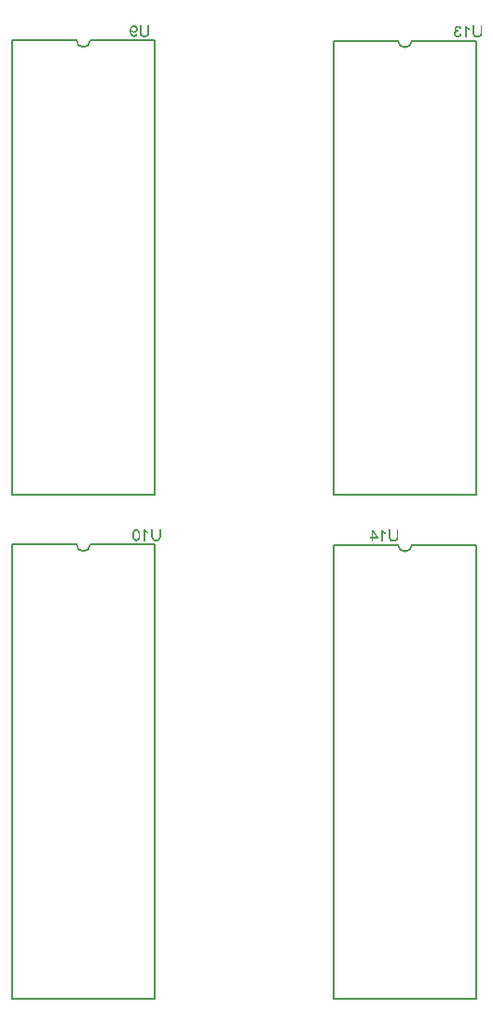
<source format=gbr>
G04 DipTrace 2.4.0.2*
%INBottomSilk.gbr*%
%MOIN*%
%ADD10C,0.005*%
%ADD12C,0.003*%
%FSLAX44Y44*%
G04*
G70*
G90*
G75*
G01*
%LNBotSilk*%
%LPD*%
X26687Y39063D2*
D10*
G02X26187Y39063I-250J7D01*
G01*
X28974D2*
X26687D1*
X26187D2*
X23900D1*
X28974Y22843D2*
X23900D1*
X28974Y39063D2*
Y22843D1*
X23900Y39063D2*
Y22843D1*
X26687Y21063D2*
G02X26187Y21063I-250J7D01*
G01*
X28974D2*
X26687D1*
X26187D2*
X23900D1*
X28974Y4843D2*
X23900D1*
X28974Y21063D2*
Y4843D1*
X23900Y21063D2*
Y4843D1*
X38187Y39047D2*
G02X37686Y39047I-250J7D01*
G01*
X40474D2*
X38187D1*
X37686D2*
X35399D1*
X40474Y22827D2*
X35399D1*
X40474Y39047D2*
Y22827D1*
X35399Y39047D2*
Y22827D1*
X38187Y21047D2*
G02X37686Y21047I-250J7D01*
G01*
X40474D2*
X38187D1*
X37686D2*
X35399D1*
X40474Y4827D2*
X35399D1*
X40474Y21047D2*
Y4827D1*
X35399Y21047D2*
Y4827D1*
X28447Y39603D2*
D12*
X28477D1*
X28727D2*
X28757D1*
X28207Y39593D2*
X28257D1*
X28447D2*
X28477D1*
X28727D2*
X28757D1*
X28186Y39583D2*
X28275D1*
X28447D2*
X28477D1*
X28727D2*
X28757D1*
X28168Y39573D2*
X28291D1*
X28447D2*
X28477D1*
X28727D2*
X28757D1*
X28153Y39563D2*
X28179D1*
X28265D2*
X28304D1*
X28447D2*
X28477D1*
X28727D2*
X28757D1*
X28141Y39553D2*
X28164D1*
X28281D2*
X28315D1*
X28447D2*
X28477D1*
X28727D2*
X28757D1*
X28132Y39543D2*
X28152D1*
X28294D2*
X28325D1*
X28447D2*
X28477D1*
X28727D2*
X28757D1*
X28126Y39533D2*
X28144D1*
X28304D2*
X28331D1*
X28447D2*
X28477D1*
X28727D2*
X28757D1*
X28120Y39523D2*
X28139D1*
X28312D2*
X28336D1*
X28447D2*
X28477D1*
X28727D2*
X28757D1*
X28115Y39513D2*
X28134D1*
X28318D2*
X28340D1*
X28447D2*
X28477D1*
X28727D2*
X28757D1*
X28111Y39503D2*
X28131D1*
X28322D2*
X28343D1*
X28447D2*
X28477D1*
X28727D2*
X28757D1*
X28109Y39493D2*
X28129D1*
X28325D2*
X28345D1*
X28447D2*
X28477D1*
X28727D2*
X28757D1*
X28107Y39483D2*
X28128D1*
X28326D2*
X28346D1*
X28447D2*
X28477D1*
X28727D2*
X28757D1*
X28106Y39473D2*
X28127D1*
X28327D2*
X28347D1*
X28447D2*
X28477D1*
X28727D2*
X28757D1*
X28103Y39463D2*
X28127D1*
X28326D2*
X28347D1*
X28447D2*
X28477D1*
X28727D2*
X28757D1*
X28100Y39453D2*
X28127D1*
X28325D2*
X28347D1*
X28447D2*
X28477D1*
X28727D2*
X28757D1*
X28099Y39443D2*
X28129D1*
X28323D2*
X28345D1*
X28447D2*
X28477D1*
X28727D2*
X28757D1*
X28098Y39433D2*
X28131D1*
X28319D2*
X28343D1*
X28447D2*
X28477D1*
X28727D2*
X28757D1*
X28097Y39423D2*
X28136D1*
X28314D2*
X28338D1*
X28447D2*
X28477D1*
X28727D2*
X28757D1*
X28097Y39413D2*
X28141D1*
X28307D2*
X28332D1*
X28447D2*
X28477D1*
X28727D2*
X28757D1*
X28097Y39403D2*
X28147D1*
X28297D2*
X28325D1*
X28447D2*
X28477D1*
X28727D2*
X28757D1*
X28097Y39393D2*
X28132D1*
X28157D2*
D3*
X28283D2*
X28316D1*
X28447D2*
X28477D1*
X28727D2*
X28757D1*
X28097Y39383D2*
X28124D1*
X28169D2*
X28177D1*
X28267D2*
X28306D1*
X28447D2*
X28477D1*
X28727D2*
X28757D1*
X28099Y39373D2*
X28124D1*
X28183D2*
X28293D1*
X28447D2*
X28477D1*
X28727D2*
X28757D1*
X28101Y39363D2*
X28125D1*
X28200D2*
X28276D1*
X28449D2*
X28477D1*
X28727D2*
X28757D1*
X28104Y39353D2*
X28126D1*
X28217D2*
X28257D1*
X28451D2*
X28477D1*
X28727D2*
X28757D1*
X28106Y39343D2*
X28126D1*
X28454D2*
X28477D1*
X28727D2*
X28757D1*
X28108Y39333D2*
X28127D1*
X28455D2*
X28479D1*
X28727D2*
X28755D1*
X28111Y39323D2*
X28129D1*
X28456D2*
X28481D1*
X28727D2*
X28753D1*
X28114Y39313D2*
X28131D1*
X28457D2*
X28484D1*
X28725D2*
X28750D1*
X28117Y39303D2*
X28135D1*
X28459D2*
X28486D1*
X28723D2*
X28748D1*
X28121Y39293D2*
X28140D1*
X28317D2*
X28337D1*
X28461D2*
X28488D1*
X28720D2*
X28746D1*
X28125Y39283D2*
X28145D1*
X28315D2*
X28333D1*
X28466D2*
X28491D1*
X28717D2*
X28743D1*
X28131Y39273D2*
X28152D1*
X28312D2*
X28329D1*
X28471D2*
X28496D1*
X28711D2*
X28738D1*
X28139Y39263D2*
X28161D1*
X28302D2*
X28323D1*
X28477D2*
X28501D1*
X28703D2*
X28733D1*
X28148Y39253D2*
X28189D1*
X28277D2*
X28315D1*
X28484D2*
X28513D1*
X28692D2*
X28725D1*
X28159Y39243D2*
X28233D1*
X28237D2*
X28305D1*
X28493D2*
X28549D1*
X28658D2*
X28716D1*
X28173Y39233D2*
X28293D1*
X28505D2*
X28606D1*
X28604D2*
X28704D1*
X28190Y39223D2*
X28276D1*
X28522D2*
X28689D1*
X28207Y39213D2*
X28257D1*
X28544D2*
X28669D1*
X28567Y39203D2*
X28647D1*
X28862Y21603D2*
X28892D1*
X29142D2*
X29172D1*
X28282Y21593D2*
X28332D1*
X28592D2*
X28602D1*
X28862D2*
X28892D1*
X29142D2*
X29172D1*
X28266Y21583D2*
X28351D1*
X28592D2*
X28612D1*
X28862D2*
X28892D1*
X29142D2*
X29172D1*
X28252Y21573D2*
X28367D1*
X28592D2*
X28622D1*
X28862D2*
X28892D1*
X29142D2*
X29172D1*
X28241Y21563D2*
X28274D1*
X28350D2*
X28380D1*
X28592D2*
X28632D1*
X28862D2*
X28892D1*
X29142D2*
X29172D1*
X28231Y21553D2*
X28259D1*
X28366D2*
X28391D1*
X28592D2*
X28642D1*
X28862D2*
X28892D1*
X29142D2*
X29172D1*
X28223Y21543D2*
X28246D1*
X28378D2*
X28400D1*
X28592D2*
X28652D1*
X28862D2*
X28892D1*
X29142D2*
X29172D1*
X28216Y21533D2*
X28238D1*
X28386D2*
X28407D1*
X28592D2*
X28664D1*
X28862D2*
X28892D1*
X29142D2*
X29172D1*
X28211Y21523D2*
X28231D1*
X28393D2*
X28413D1*
X28592D2*
X28678D1*
X28862D2*
X28892D1*
X29142D2*
X29172D1*
X28206Y21513D2*
X28227D1*
X28397D2*
X28418D1*
X28592D2*
X28622D1*
X28672D2*
X28693D1*
X28862D2*
X28892D1*
X29142D2*
X29172D1*
X28202Y21503D2*
X28224D1*
X28400D2*
X28420D1*
X28592D2*
X28622D1*
X28687D2*
X28708D1*
X28862D2*
X28892D1*
X29142D2*
X29172D1*
X28199Y21493D2*
X28221D1*
X28402D2*
X28423D1*
X28592D2*
X28622D1*
X28702D2*
X28722D1*
X28862D2*
X28892D1*
X29142D2*
X29172D1*
X28196Y21483D2*
X28218D1*
X28403D2*
X28426D1*
X28592D2*
X28622D1*
X28862D2*
X28892D1*
X29142D2*
X29172D1*
X28194Y21473D2*
X28216D1*
X28406D2*
X28429D1*
X28592D2*
X28622D1*
X28862D2*
X28892D1*
X29142D2*
X29172D1*
X28193Y21463D2*
X28214D1*
X28409D2*
X28430D1*
X28592D2*
X28622D1*
X28862D2*
X28892D1*
X29142D2*
X29172D1*
X28192Y21453D2*
X28213D1*
X28410D2*
X28431D1*
X28592D2*
X28622D1*
X28862D2*
X28892D1*
X29142D2*
X29172D1*
X28192Y21443D2*
X28212D1*
X28411D2*
X28432D1*
X28592D2*
X28622D1*
X28862D2*
X28892D1*
X29142D2*
X29172D1*
X28192Y21433D2*
X28212D1*
X28412D2*
X28432D1*
X28592D2*
X28622D1*
X28862D2*
X28892D1*
X29142D2*
X29172D1*
X28192Y21423D2*
X28212D1*
X28412D2*
X28432D1*
X28592D2*
X28622D1*
X28862D2*
X28892D1*
X29142D2*
X29172D1*
X28192Y21413D2*
X28212D1*
X28412D2*
X28432D1*
X28592D2*
X28622D1*
X28862D2*
X28892D1*
X29142D2*
X29172D1*
X28192Y21403D2*
X28212D1*
X28412D2*
X28432D1*
X28592D2*
X28622D1*
X28862D2*
X28892D1*
X29142D2*
X29172D1*
X28192Y21393D2*
X28212D1*
X28412D2*
X28432D1*
X28592D2*
X28622D1*
X28862D2*
X28892D1*
X29142D2*
X29172D1*
X28192Y21383D2*
X28212D1*
X28412D2*
X28432D1*
X28592D2*
X28622D1*
X28862D2*
X28892D1*
X29142D2*
X29172D1*
X28192Y21373D2*
X28212D1*
X28412D2*
X28432D1*
X28592D2*
X28622D1*
X28862D2*
X28892D1*
X29142D2*
X29172D1*
X28192Y21363D2*
X28212D1*
X28412D2*
X28432D1*
X28592D2*
X28622D1*
X28864D2*
X28892D1*
X29142D2*
X29172D1*
X28192Y21353D2*
X28212D1*
X28412D2*
X28432D1*
X28592D2*
X28622D1*
X28866D2*
X28892D1*
X29142D2*
X29172D1*
X28192Y21343D2*
X28214D1*
X28410D2*
X28430D1*
X28592D2*
X28622D1*
X28869D2*
X28892D1*
X29142D2*
X29172D1*
X28194Y21333D2*
X28216D1*
X28408D2*
X28428D1*
X28592D2*
X28622D1*
X28870D2*
X28894D1*
X29142D2*
X29170D1*
X28196Y21323D2*
X28219D1*
X28405D2*
X28425D1*
X28592D2*
X28622D1*
X28871D2*
X28896D1*
X29142D2*
X29168D1*
X28199Y21313D2*
X28221D1*
X28403D2*
X28423D1*
X28592D2*
X28622D1*
X28872D2*
X28899D1*
X29140D2*
X29165D1*
X28202Y21303D2*
X28223D1*
X28401D2*
X28421D1*
X28592D2*
X28622D1*
X28874D2*
X28901D1*
X29138D2*
X29163D1*
X28206Y21293D2*
X28226D1*
X28398D2*
X28418D1*
X28592D2*
X28622D1*
X28876D2*
X28903D1*
X29135D2*
X29161D1*
X28210Y21283D2*
X28231D1*
X28393D2*
X28413D1*
X28592D2*
X28622D1*
X28881D2*
X28906D1*
X29132D2*
X29158D1*
X28216Y21273D2*
X28237D1*
X28387D2*
X28408D1*
X28592D2*
X28622D1*
X28886D2*
X28911D1*
X29126D2*
X29153D1*
X28223Y21263D2*
X28246D1*
X28378D2*
X28401D1*
X28592D2*
X28622D1*
X28892D2*
X28916D1*
X29118D2*
X29148D1*
X28231Y21253D2*
X28272D1*
X28352D2*
X28393D1*
X28592D2*
X28622D1*
X28899D2*
X28928D1*
X29107D2*
X29140D1*
X28240Y21243D2*
X28312D1*
X28383D1*
X28592D2*
X28622D1*
X28908D2*
X28964D1*
X29073D2*
X29131D1*
X28252Y21233D2*
X28370D1*
X28592D2*
X28622D1*
X28920D2*
X29021D1*
X29019D2*
X29119D1*
X28267Y21223D2*
X28352D1*
X28592D2*
X28622D1*
X28937D2*
X29104D1*
X28282Y21213D2*
X28332D1*
X28592D2*
X28622D1*
X28959D2*
X29084D1*
X28982Y21203D2*
X29062D1*
X40361Y39587D2*
X40391D1*
X40641D2*
X40671D1*
X39791Y39577D2*
X39841D1*
X40091D2*
X40101D1*
X40361D2*
X40391D1*
X40641D2*
X40671D1*
X39771Y39567D2*
X39859D1*
X40091D2*
X40111D1*
X40361D2*
X40391D1*
X40641D2*
X40671D1*
X39753Y39557D2*
X39875D1*
X40091D2*
X40121D1*
X40361D2*
X40391D1*
X40641D2*
X40671D1*
X39739Y39547D2*
X39773D1*
X39863D2*
X39888D1*
X40091D2*
X40131D1*
X40361D2*
X40391D1*
X40641D2*
X40671D1*
X39728Y39537D2*
X39758D1*
X39874D2*
X39899D1*
X40091D2*
X40141D1*
X40361D2*
X40391D1*
X40641D2*
X40671D1*
X39721Y39527D2*
X39746D1*
X39884D2*
X39906D1*
X40091D2*
X40152D1*
X40361D2*
X40391D1*
X40641D2*
X40671D1*
X39716Y39517D2*
X39737D1*
X39891D2*
X39913D1*
X40091D2*
X40163D1*
X40361D2*
X40391D1*
X40641D2*
X40671D1*
X39714Y39507D2*
X39734D1*
X39897D2*
X39917D1*
X40091D2*
X40177D1*
X40361D2*
X40391D1*
X40641D2*
X40671D1*
X39712Y39497D2*
X39733D1*
X39901D2*
X39921D1*
X40091D2*
X40121D1*
X40171D2*
X40192D1*
X40361D2*
X40391D1*
X40641D2*
X40671D1*
X39712Y39487D2*
X39732D1*
X40091D2*
X40121D1*
X40186D2*
X40207D1*
X40361D2*
X40391D1*
X40641D2*
X40671D1*
X39714Y39477D2*
X39732D1*
X40091D2*
X40121D1*
X40201D2*
X40221D1*
X40361D2*
X40391D1*
X40641D2*
X40671D1*
X39717Y39467D2*
X39734D1*
X40091D2*
X40121D1*
X40361D2*
X40391D1*
X40641D2*
X40671D1*
X39724Y39457D2*
X39738D1*
X40091D2*
X40121D1*
X40361D2*
X40391D1*
X40641D2*
X40671D1*
X39734Y39447D2*
X39744D1*
X40091D2*
X40121D1*
X40361D2*
X40391D1*
X40641D2*
X40671D1*
X39744Y39437D2*
X39751D1*
X40091D2*
X40121D1*
X40361D2*
X40391D1*
X40641D2*
X40671D1*
X39752Y39427D2*
X39781D1*
X40091D2*
X40121D1*
X40361D2*
X40391D1*
X40641D2*
X40671D1*
X39758Y39417D2*
X39807D1*
X40091D2*
X40121D1*
X40361D2*
X40391D1*
X40641D2*
X40671D1*
X39749Y39407D2*
X39831D1*
X40091D2*
X40121D1*
X40361D2*
X40391D1*
X40641D2*
X40671D1*
X39738Y39397D2*
X39795D1*
X40091D2*
X40121D1*
X40361D2*
X40391D1*
X40641D2*
X40671D1*
X39726Y39387D2*
X39765D1*
X40091D2*
X40121D1*
X40361D2*
X40391D1*
X40641D2*
X40671D1*
X39715Y39377D2*
X39744D1*
X40091D2*
X40121D1*
X40361D2*
X40391D1*
X40641D2*
X40671D1*
X39707Y39367D2*
X39729D1*
X40091D2*
X40121D1*
X40361D2*
X40391D1*
X40641D2*
X40671D1*
X39700Y39357D2*
X39722D1*
X40091D2*
X40121D1*
X40362D2*
X40391D1*
X40641D2*
X40671D1*
X39696Y39347D2*
X39717D1*
X40091D2*
X40121D1*
X40363D2*
X40391D1*
X40641D2*
X40671D1*
X39692Y39337D2*
X39714D1*
X40091D2*
X40121D1*
X40365D2*
X40391D1*
X40641D2*
X40671D1*
X39689Y39327D2*
X39712D1*
X40091D2*
X40121D1*
X40368D2*
X40392D1*
X40641D2*
X40671D1*
X39686Y39317D2*
X39712D1*
X40091D2*
X40121D1*
X40370D2*
X40393D1*
X40641D2*
X40670D1*
X39687Y39307D2*
X39712D1*
X40091D2*
X40121D1*
X40371D2*
X40395D1*
X40641D2*
X40667D1*
X39689Y39297D2*
X39712D1*
X40091D2*
X40121D1*
X40372D2*
X40398D1*
X40640D2*
X40665D1*
X39692Y39287D2*
X39713D1*
X39901D2*
X39931D1*
X40091D2*
X40121D1*
X40373D2*
X40400D1*
X40637D2*
X40663D1*
X39695Y39277D2*
X39716D1*
X39900D2*
X39926D1*
X40091D2*
X40121D1*
X40376D2*
X40402D1*
X40634D2*
X40660D1*
X39700Y39267D2*
X39720D1*
X39897D2*
X39922D1*
X40091D2*
X40121D1*
X40380D2*
X40406D1*
X40631D2*
X40657D1*
X39706Y39257D2*
X39727D1*
X39892D2*
X39916D1*
X40091D2*
X40121D1*
X40386D2*
X40410D1*
X40626D2*
X40653D1*
X39713Y39247D2*
X39736D1*
X39885D2*
X39909D1*
X40091D2*
X40121D1*
X40392D2*
X40416D1*
X40618D2*
X40647D1*
X39723Y39237D2*
X39763D1*
X39858D2*
X39900D1*
X40091D2*
X40121D1*
X40399D2*
X40427D1*
X40607D2*
X40639D1*
X39734Y39227D2*
X39807D1*
X39815D2*
X39889D1*
X40091D2*
X40121D1*
X40407D2*
X40463D1*
X40572D2*
X40630D1*
X39748Y39217D2*
X39875D1*
X40091D2*
X40121D1*
X40420D2*
X40520D1*
X40518D2*
X40619D1*
X39764Y39207D2*
X39859D1*
X40091D2*
X40121D1*
X40437D2*
X40603D1*
X39781Y39197D2*
X39841D1*
X40091D2*
X40121D1*
X40458D2*
X40583D1*
X40481Y39187D2*
X40561D1*
X37361Y21587D2*
X37391D1*
X37641D2*
X37671D1*
X36741Y21577D2*
X36761D1*
X37091D2*
X37101D1*
X37361D2*
X37391D1*
X37641D2*
X37671D1*
X36741Y21567D2*
X36768D1*
X37091D2*
X37111D1*
X37361D2*
X37391D1*
X37641D2*
X37671D1*
X36741Y21557D2*
X36775D1*
X37091D2*
X37121D1*
X37361D2*
X37391D1*
X37641D2*
X37671D1*
X36741Y21547D2*
X36783D1*
X37091D2*
X37131D1*
X37361D2*
X37391D1*
X37641D2*
X37671D1*
X36741Y21537D2*
X36790D1*
X37091D2*
X37141D1*
X37361D2*
X37391D1*
X37641D2*
X37671D1*
X36741Y21527D2*
X36798D1*
X37091D2*
X37152D1*
X37361D2*
X37391D1*
X37641D2*
X37671D1*
X36741Y21517D2*
X36805D1*
X37091D2*
X37163D1*
X37361D2*
X37391D1*
X37641D2*
X37671D1*
X36741Y21507D2*
X36813D1*
X37091D2*
X37177D1*
X37361D2*
X37391D1*
X37641D2*
X37671D1*
X36741Y21497D2*
X36771D1*
X36811D2*
X36822D1*
X37091D2*
X37121D1*
X37171D2*
X37192D1*
X37361D2*
X37391D1*
X37641D2*
X37671D1*
X36741Y21487D2*
X36771D1*
X36821D2*
X36831D1*
X37091D2*
X37121D1*
X37186D2*
X37207D1*
X37361D2*
X37391D1*
X37641D2*
X37671D1*
X36741Y21477D2*
X36771D1*
X37091D2*
X37121D1*
X37201D2*
X37221D1*
X37361D2*
X37391D1*
X37641D2*
X37671D1*
X36741Y21467D2*
X36771D1*
X36831D2*
X36841D1*
X37091D2*
X37121D1*
X37361D2*
X37391D1*
X37641D2*
X37671D1*
X36741Y21457D2*
X36771D1*
X36841D2*
X36851D1*
X37091D2*
X37121D1*
X37361D2*
X37391D1*
X37641D2*
X37671D1*
X36741Y21447D2*
X36771D1*
X36851D2*
X36861D1*
X37091D2*
X37121D1*
X37361D2*
X37391D1*
X37641D2*
X37671D1*
X36741Y21437D2*
X36771D1*
X37091D2*
X37121D1*
X37361D2*
X37391D1*
X37641D2*
X37671D1*
X36741Y21427D2*
X36771D1*
X36861D2*
X36871D1*
X37091D2*
X37121D1*
X37361D2*
X37391D1*
X37641D2*
X37671D1*
X36741Y21417D2*
X36771D1*
X36871D2*
X36881D1*
X37091D2*
X37121D1*
X37361D2*
X37391D1*
X37641D2*
X37671D1*
X36741Y21407D2*
X36771D1*
X36881D2*
X36891D1*
X37091D2*
X37121D1*
X37361D2*
X37391D1*
X37641D2*
X37671D1*
X36741Y21397D2*
X36771D1*
X37091D2*
X37121D1*
X37361D2*
X37391D1*
X37641D2*
X37671D1*
X36741Y21387D2*
X36771D1*
X36891D2*
X36901D1*
X37091D2*
X37121D1*
X37361D2*
X37391D1*
X37641D2*
X37671D1*
X36741Y21377D2*
X36771D1*
X36901D2*
X36911D1*
X37091D2*
X37121D1*
X37361D2*
X37391D1*
X37641D2*
X37671D1*
X36741Y21367D2*
X36771D1*
X36911D2*
X36921D1*
X37091D2*
X37121D1*
X37361D2*
X37391D1*
X37641D2*
X37671D1*
X36741Y21357D2*
X36771D1*
X37091D2*
X37121D1*
X37362D2*
X37391D1*
X37641D2*
X37671D1*
X36741Y21347D2*
X36771D1*
X36921D2*
X36931D1*
X37091D2*
X37121D1*
X37363D2*
X37391D1*
X37641D2*
X37671D1*
X36741Y21337D2*
X36771D1*
X36921D2*
X36939D1*
X37091D2*
X37121D1*
X37365D2*
X37391D1*
X37641D2*
X37671D1*
X36741Y21327D2*
X36771D1*
X36921D2*
X36945D1*
X37091D2*
X37121D1*
X37368D2*
X37392D1*
X37641D2*
X37671D1*
X36681Y21317D2*
X36949D1*
X37091D2*
X37121D1*
X37370D2*
X37393D1*
X37641D2*
X37670D1*
X36681Y21307D2*
X36950D1*
X37091D2*
X37121D1*
X37371D2*
X37395D1*
X37641D2*
X37667D1*
X36681Y21297D2*
X36951D1*
X37091D2*
X37121D1*
X37372D2*
X37398D1*
X37640D2*
X37665D1*
X36741Y21287D2*
X36771D1*
X37091D2*
X37121D1*
X37373D2*
X37400D1*
X37637D2*
X37663D1*
X36741Y21277D2*
X36771D1*
X37091D2*
X37121D1*
X37376D2*
X37402D1*
X37634D2*
X37660D1*
X36741Y21267D2*
X36771D1*
X37091D2*
X37121D1*
X37380D2*
X37406D1*
X37631D2*
X37657D1*
X36741Y21257D2*
X36771D1*
X37091D2*
X37121D1*
X37386D2*
X37410D1*
X37626D2*
X37653D1*
X36741Y21247D2*
X36771D1*
X37091D2*
X37121D1*
X37392D2*
X37416D1*
X37618D2*
X37647D1*
X36741Y21237D2*
X36771D1*
X37091D2*
X37121D1*
X37399D2*
X37427D1*
X37607D2*
X37639D1*
X36741Y21227D2*
X36771D1*
X37091D2*
X37121D1*
X37407D2*
X37463D1*
X37572D2*
X37630D1*
X36741Y21217D2*
X36771D1*
X37091D2*
X37121D1*
X37420D2*
X37520D1*
X37518D2*
X37619D1*
X36741Y21207D2*
X36771D1*
X37091D2*
X37121D1*
X37437D2*
X37603D1*
X36741Y21197D2*
X36771D1*
X37091D2*
X37121D1*
X37458D2*
X37583D1*
X37481Y21187D2*
X37561D1*
X28447Y39603D2*
Y39593D1*
Y39583D1*
Y39573D1*
Y39563D1*
Y39553D1*
Y39543D1*
Y39533D1*
Y39523D1*
Y39513D1*
Y39503D1*
Y39493D1*
Y39483D1*
Y39473D1*
Y39463D1*
Y39453D1*
Y39443D1*
Y39433D1*
Y39423D1*
Y39413D1*
Y39403D1*
Y39393D1*
Y39383D1*
Y39373D1*
X28449Y39363D1*
X28451Y39353D1*
X28454Y39343D1*
X28455Y39333D1*
X28456Y39323D1*
X28457Y39313D1*
X28459Y39303D1*
X28461Y39293D1*
X28466Y39283D1*
X28471Y39273D1*
X28477Y39263D1*
X28484Y39253D1*
X28493Y39243D1*
X28505Y39233D1*
X28522Y39223D1*
X28544Y39213D1*
X28567Y39203D1*
X28477Y39603D2*
Y39593D1*
Y39583D1*
Y39573D1*
Y39563D1*
Y39553D1*
Y39543D1*
Y39533D1*
Y39523D1*
Y39513D1*
Y39503D1*
Y39493D1*
Y39483D1*
Y39473D1*
Y39463D1*
Y39453D1*
Y39443D1*
Y39433D1*
Y39423D1*
Y39413D1*
Y39403D1*
Y39393D1*
Y39383D1*
Y39373D1*
Y39363D1*
Y39353D1*
Y39343D1*
X28479Y39333D1*
X28481Y39323D1*
X28484Y39313D1*
X28486Y39303D1*
X28488Y39293D1*
X28491Y39283D1*
X28496Y39273D1*
X28501Y39263D1*
X28513Y39253D1*
X28549Y39243D1*
X28606Y39233D1*
X28677Y39223D1*
X28727Y39603D2*
Y39593D1*
Y39583D1*
Y39573D1*
Y39563D1*
Y39553D1*
Y39543D1*
Y39533D1*
Y39523D1*
Y39513D1*
Y39503D1*
Y39493D1*
Y39483D1*
Y39473D1*
Y39463D1*
Y39453D1*
Y39443D1*
Y39433D1*
Y39423D1*
Y39413D1*
Y39403D1*
Y39393D1*
Y39383D1*
Y39373D1*
Y39363D1*
Y39353D1*
Y39343D1*
Y39333D1*
Y39323D1*
X28725Y39313D1*
X28723Y39303D1*
X28720Y39293D1*
X28717Y39283D1*
X28711Y39273D1*
X28703Y39263D1*
X28692Y39253D1*
X28658Y39243D1*
X28604Y39233D1*
X28537Y39223D1*
X28757Y39603D2*
Y39593D1*
Y39583D1*
Y39573D1*
Y39563D1*
Y39553D1*
Y39543D1*
Y39533D1*
Y39523D1*
Y39513D1*
Y39503D1*
Y39493D1*
Y39483D1*
Y39473D1*
Y39463D1*
Y39453D1*
Y39443D1*
Y39433D1*
Y39423D1*
Y39413D1*
Y39403D1*
Y39393D1*
Y39383D1*
Y39373D1*
Y39363D1*
Y39353D1*
Y39343D1*
X28755Y39333D1*
X28753Y39323D1*
X28750Y39313D1*
X28748Y39303D1*
X28746Y39293D1*
X28743Y39283D1*
X28738Y39273D1*
X28733Y39263D1*
X28725Y39253D1*
X28716Y39243D1*
X28704Y39233D1*
X28689Y39223D1*
X28669Y39213D1*
X28647Y39203D1*
X28207Y39593D2*
X28186Y39583D1*
X28168Y39573D1*
X28153Y39563D1*
X28141Y39553D1*
X28132Y39543D1*
X28126Y39533D1*
X28120Y39523D1*
X28115Y39513D1*
X28111Y39503D1*
X28109Y39493D1*
X28107Y39483D1*
X28106Y39473D1*
X28103Y39463D1*
X28100Y39453D1*
X28099Y39443D1*
X28098Y39433D1*
X28097Y39423D1*
Y39413D1*
Y39403D1*
Y39393D1*
Y39383D1*
X28099Y39373D1*
X28101Y39363D1*
X28104Y39353D1*
X28106Y39343D1*
X28108Y39333D1*
X28111Y39323D1*
X28114Y39313D1*
X28117Y39303D1*
X28121Y39293D1*
X28125Y39283D1*
X28131Y39273D1*
X28139Y39263D1*
X28148Y39253D1*
X28159Y39243D1*
X28173Y39233D1*
X28190Y39223D1*
X28207Y39213D1*
X28257Y39593D2*
X28275Y39583D1*
X28291Y39573D1*
X28304Y39563D1*
X28315Y39553D1*
X28325Y39543D1*
X28331Y39533D1*
X28336Y39523D1*
X28340Y39513D1*
X28343Y39503D1*
X28345Y39493D1*
X28346Y39483D1*
X28347Y39473D1*
Y39463D1*
Y39453D1*
X28345Y39443D1*
X28343Y39433D1*
X28338Y39423D1*
X28332Y39413D1*
X28325Y39403D1*
X28316Y39393D1*
X28306Y39383D1*
X28293Y39373D1*
X28276Y39363D1*
X28257Y39353D1*
X28197Y39573D2*
X28179Y39563D1*
X28164Y39553D1*
X28152Y39543D1*
X28144Y39533D1*
X28139Y39523D1*
X28134Y39513D1*
X28131Y39503D1*
X28129Y39493D1*
X28128Y39483D1*
X28127Y39473D1*
Y39463D1*
Y39453D1*
X28129Y39443D1*
X28131Y39433D1*
X28136Y39423D1*
X28141Y39413D1*
X28147Y39403D1*
X28132Y39393D1*
X28124Y39383D1*
Y39373D1*
X28125Y39363D1*
X28126Y39353D1*
Y39343D1*
X28127Y39333D1*
X28129Y39323D1*
X28131Y39313D1*
X28135Y39303D1*
X28140Y39293D1*
X28145Y39283D1*
X28152Y39273D1*
X28161Y39263D1*
X28189Y39253D1*
X28233Y39243D1*
X28287Y39233D1*
X28247Y39573D2*
X28265Y39563D1*
X28281Y39553D1*
X28294Y39543D1*
X28304Y39533D1*
X28312Y39523D1*
X28318Y39513D1*
X28322Y39503D1*
X28325Y39493D1*
X28326Y39483D1*
X28327Y39473D1*
X28326Y39463D1*
X28325Y39453D1*
X28323Y39443D1*
X28319Y39433D1*
X28314Y39423D1*
X28307Y39413D1*
X28297Y39403D1*
X28283Y39393D1*
X28267Y39383D1*
X28157Y39393D2*
X28169Y39383D1*
X28183Y39373D1*
X28200Y39363D1*
X28217Y39353D1*
X28177Y39383D2*
X28187Y39373D1*
X28317Y39293D2*
X28315Y39283D1*
X28312Y39273D1*
X28302Y39263D1*
X28277Y39253D1*
X28237Y39243D1*
X28187Y39233D1*
X28337Y39293D2*
X28333Y39283D1*
X28329Y39273D1*
X28323Y39263D1*
X28315Y39253D1*
X28305Y39243D1*
X28293Y39233D1*
X28276Y39223D1*
X28257Y39213D1*
X28862Y21603D2*
Y21593D1*
Y21583D1*
Y21573D1*
Y21563D1*
Y21553D1*
Y21543D1*
Y21533D1*
Y21523D1*
Y21513D1*
Y21503D1*
Y21493D1*
Y21483D1*
Y21473D1*
Y21463D1*
Y21453D1*
Y21443D1*
Y21433D1*
Y21423D1*
Y21413D1*
Y21403D1*
Y21393D1*
Y21383D1*
Y21373D1*
X28864Y21363D1*
X28866Y21353D1*
X28869Y21343D1*
X28870Y21333D1*
X28871Y21323D1*
X28872Y21313D1*
X28874Y21303D1*
X28876Y21293D1*
X28881Y21283D1*
X28886Y21273D1*
X28892Y21263D1*
X28899Y21253D1*
X28908Y21243D1*
X28920Y21233D1*
X28937Y21223D1*
X28959Y21213D1*
X28982Y21203D1*
X28892Y21603D2*
Y21593D1*
Y21583D1*
Y21573D1*
Y21563D1*
Y21553D1*
Y21543D1*
Y21533D1*
Y21523D1*
Y21513D1*
Y21503D1*
Y21493D1*
Y21483D1*
Y21473D1*
Y21463D1*
Y21453D1*
Y21443D1*
Y21433D1*
Y21423D1*
Y21413D1*
Y21403D1*
Y21393D1*
Y21383D1*
Y21373D1*
Y21363D1*
Y21353D1*
Y21343D1*
X28894Y21333D1*
X28896Y21323D1*
X28899Y21313D1*
X28901Y21303D1*
X28903Y21293D1*
X28906Y21283D1*
X28911Y21273D1*
X28916Y21263D1*
X28928Y21253D1*
X28964Y21243D1*
X29021Y21233D1*
X29092Y21223D1*
X29142Y21603D2*
Y21593D1*
Y21583D1*
Y21573D1*
Y21563D1*
Y21553D1*
Y21543D1*
Y21533D1*
Y21523D1*
Y21513D1*
Y21503D1*
Y21493D1*
Y21483D1*
Y21473D1*
Y21463D1*
Y21453D1*
Y21443D1*
Y21433D1*
Y21423D1*
Y21413D1*
Y21403D1*
Y21393D1*
Y21383D1*
Y21373D1*
Y21363D1*
Y21353D1*
Y21343D1*
Y21333D1*
Y21323D1*
X29140Y21313D1*
X29138Y21303D1*
X29135Y21293D1*
X29132Y21283D1*
X29126Y21273D1*
X29118Y21263D1*
X29107Y21253D1*
X29073Y21243D1*
X29019Y21233D1*
X28952Y21223D1*
X29172Y21603D2*
Y21593D1*
Y21583D1*
Y21573D1*
Y21563D1*
Y21553D1*
Y21543D1*
Y21533D1*
Y21523D1*
Y21513D1*
Y21503D1*
Y21493D1*
Y21483D1*
Y21473D1*
Y21463D1*
Y21453D1*
Y21443D1*
Y21433D1*
Y21423D1*
Y21413D1*
Y21403D1*
Y21393D1*
Y21383D1*
Y21373D1*
Y21363D1*
Y21353D1*
Y21343D1*
X29170Y21333D1*
X29168Y21323D1*
X29165Y21313D1*
X29163Y21303D1*
X29161Y21293D1*
X29158Y21283D1*
X29153Y21273D1*
X29148Y21263D1*
X29140Y21253D1*
X29131Y21243D1*
X29119Y21233D1*
X29104Y21223D1*
X29084Y21213D1*
X29062Y21203D1*
X28282Y21593D2*
X28266Y21583D1*
X28252Y21573D1*
X28241Y21563D1*
X28231Y21553D1*
X28223Y21543D1*
X28216Y21533D1*
X28211Y21523D1*
X28206Y21513D1*
X28202Y21503D1*
X28199Y21493D1*
X28196Y21483D1*
X28194Y21473D1*
X28193Y21463D1*
X28192Y21453D1*
Y21443D1*
Y21433D1*
Y21423D1*
Y21413D1*
Y21403D1*
Y21393D1*
Y21383D1*
Y21373D1*
Y21363D1*
Y21353D1*
Y21343D1*
X28194Y21333D1*
X28196Y21323D1*
X28199Y21313D1*
X28202Y21303D1*
X28206Y21293D1*
X28210Y21283D1*
X28216Y21273D1*
X28223Y21263D1*
X28231Y21253D1*
X28240Y21243D1*
X28252Y21233D1*
X28267Y21223D1*
X28282Y21213D1*
X28332Y21593D2*
X28351Y21583D1*
X28367Y21573D1*
X28380Y21563D1*
X28391Y21553D1*
X28400Y21543D1*
X28407Y21533D1*
X28413Y21523D1*
X28418Y21513D1*
X28420Y21503D1*
X28423Y21493D1*
X28426Y21483D1*
X28429Y21473D1*
X28430Y21463D1*
X28431Y21453D1*
X28432Y21443D1*
Y21433D1*
Y21423D1*
Y21413D1*
Y21403D1*
Y21393D1*
Y21383D1*
Y21373D1*
Y21363D1*
Y21353D1*
X28430Y21343D1*
X28428Y21333D1*
X28425Y21323D1*
X28423Y21313D1*
X28421Y21303D1*
X28418Y21293D1*
X28413Y21283D1*
X28408Y21273D1*
X28401Y21263D1*
X28393Y21253D1*
X28383Y21243D1*
X28370Y21233D1*
X28352Y21223D1*
X28332Y21213D1*
X28592Y21593D2*
Y21583D1*
Y21573D1*
Y21563D1*
Y21553D1*
Y21543D1*
Y21533D1*
Y21523D1*
Y21513D1*
Y21503D1*
Y21493D1*
Y21483D1*
Y21473D1*
Y21463D1*
Y21453D1*
Y21443D1*
Y21433D1*
Y21423D1*
Y21413D1*
Y21403D1*
Y21393D1*
Y21383D1*
Y21373D1*
Y21363D1*
Y21353D1*
Y21343D1*
Y21333D1*
Y21323D1*
Y21313D1*
Y21303D1*
Y21293D1*
Y21283D1*
Y21273D1*
Y21263D1*
Y21253D1*
Y21243D1*
Y21233D1*
Y21223D1*
Y21213D1*
X28602Y21593D2*
X28612Y21583D1*
X28622Y21573D1*
X28632Y21563D1*
X28642Y21553D1*
X28652Y21543D1*
X28664Y21533D1*
X28678Y21523D1*
X28693Y21513D1*
X28708Y21503D1*
X28722Y21493D1*
X28292Y21573D2*
X28274Y21563D1*
X28259Y21553D1*
X28246Y21543D1*
X28238Y21533D1*
X28231Y21523D1*
X28227Y21513D1*
X28224Y21503D1*
X28221Y21493D1*
X28218Y21483D1*
X28216Y21473D1*
X28214Y21463D1*
X28213Y21453D1*
X28212Y21443D1*
Y21433D1*
Y21423D1*
Y21413D1*
Y21403D1*
Y21393D1*
Y21383D1*
Y21373D1*
Y21363D1*
Y21353D1*
X28214Y21343D1*
X28216Y21333D1*
X28219Y21323D1*
X28221Y21313D1*
X28223Y21303D1*
X28226Y21293D1*
X28231Y21283D1*
X28237Y21273D1*
X28246Y21263D1*
X28272Y21253D1*
X28312Y21243D1*
X28362Y21233D1*
X28332Y21573D2*
X28350Y21563D1*
X28366Y21553D1*
X28378Y21543D1*
X28386Y21533D1*
X28393Y21523D1*
X28397Y21513D1*
X28400Y21503D1*
X28402Y21493D1*
X28403Y21483D1*
X28406Y21473D1*
X28409Y21463D1*
X28410Y21453D1*
X28411Y21443D1*
X28412Y21433D1*
Y21423D1*
Y21413D1*
Y21403D1*
Y21393D1*
Y21383D1*
Y21373D1*
Y21363D1*
Y21353D1*
X28410Y21343D1*
X28408Y21333D1*
X28405Y21323D1*
X28403Y21313D1*
X28401Y21303D1*
X28398Y21293D1*
X28393Y21283D1*
X28387Y21273D1*
X28378Y21263D1*
X28352Y21253D1*
X28312Y21243D1*
X28262Y21233D1*
X28622Y21523D2*
Y21513D1*
Y21503D1*
Y21493D1*
Y21483D1*
Y21473D1*
Y21463D1*
Y21453D1*
Y21443D1*
Y21433D1*
Y21423D1*
Y21413D1*
Y21403D1*
Y21393D1*
Y21383D1*
Y21373D1*
Y21363D1*
Y21353D1*
Y21343D1*
Y21333D1*
Y21323D1*
Y21313D1*
Y21303D1*
Y21293D1*
Y21283D1*
Y21273D1*
Y21263D1*
Y21253D1*
Y21243D1*
Y21233D1*
Y21223D1*
Y21213D1*
X28672Y21513D2*
X28687Y21503D1*
X28702Y21493D1*
X40361Y39587D2*
Y39577D1*
Y39567D1*
Y39557D1*
Y39547D1*
Y39537D1*
Y39527D1*
Y39517D1*
Y39507D1*
Y39497D1*
Y39487D1*
Y39477D1*
Y39467D1*
Y39457D1*
Y39447D1*
Y39437D1*
Y39427D1*
Y39417D1*
Y39407D1*
Y39397D1*
Y39387D1*
Y39377D1*
Y39367D1*
X40362Y39357D1*
X40363Y39347D1*
X40365Y39337D1*
X40368Y39327D1*
X40370Y39317D1*
X40371Y39307D1*
X40372Y39297D1*
X40373Y39287D1*
X40376Y39277D1*
X40380Y39267D1*
X40386Y39257D1*
X40392Y39247D1*
X40399Y39237D1*
X40407Y39227D1*
X40420Y39217D1*
X40437Y39207D1*
X40458Y39197D1*
X40481Y39187D1*
X40391Y39587D2*
Y39577D1*
Y39567D1*
Y39557D1*
Y39547D1*
Y39537D1*
Y39527D1*
Y39517D1*
Y39507D1*
Y39497D1*
Y39487D1*
Y39477D1*
Y39467D1*
Y39457D1*
Y39447D1*
Y39437D1*
Y39427D1*
Y39417D1*
Y39407D1*
Y39397D1*
Y39387D1*
Y39377D1*
Y39367D1*
Y39357D1*
Y39347D1*
Y39337D1*
X40392Y39327D1*
X40393Y39317D1*
X40395Y39307D1*
X40398Y39297D1*
X40400Y39287D1*
X40402Y39277D1*
X40406Y39267D1*
X40410Y39257D1*
X40416Y39247D1*
X40427Y39237D1*
X40463Y39227D1*
X40520Y39217D1*
X40591Y39207D1*
X40641Y39587D2*
Y39577D1*
Y39567D1*
Y39557D1*
Y39547D1*
Y39537D1*
Y39527D1*
Y39517D1*
Y39507D1*
Y39497D1*
Y39487D1*
Y39477D1*
Y39467D1*
Y39457D1*
Y39447D1*
Y39437D1*
Y39427D1*
Y39417D1*
Y39407D1*
Y39397D1*
Y39387D1*
Y39377D1*
Y39367D1*
Y39357D1*
Y39347D1*
Y39337D1*
Y39327D1*
Y39317D1*
Y39307D1*
X40640Y39297D1*
X40637Y39287D1*
X40634Y39277D1*
X40631Y39267D1*
X40626Y39257D1*
X40618Y39247D1*
X40607Y39237D1*
X40572Y39227D1*
X40518Y39217D1*
X40451Y39207D1*
X40671Y39587D2*
Y39577D1*
Y39567D1*
Y39557D1*
Y39547D1*
Y39537D1*
Y39527D1*
Y39517D1*
Y39507D1*
Y39497D1*
Y39487D1*
Y39477D1*
Y39467D1*
Y39457D1*
Y39447D1*
Y39437D1*
Y39427D1*
Y39417D1*
Y39407D1*
Y39397D1*
Y39387D1*
Y39377D1*
Y39367D1*
Y39357D1*
Y39347D1*
Y39337D1*
Y39327D1*
X40670Y39317D1*
X40667Y39307D1*
X40665Y39297D1*
X40663Y39287D1*
X40660Y39277D1*
X40657Y39267D1*
X40653Y39257D1*
X40647Y39247D1*
X40639Y39237D1*
X40630Y39227D1*
X40619Y39217D1*
X40603Y39207D1*
X40583Y39197D1*
X40561Y39187D1*
X39791Y39577D2*
X39771Y39567D1*
X39753Y39557D1*
X39739Y39547D1*
X39728Y39537D1*
X39721Y39527D1*
X39716Y39517D1*
X39714Y39507D1*
X39712Y39497D1*
Y39487D1*
X39714Y39477D1*
X39717Y39467D1*
X39724Y39457D1*
X39734Y39447D1*
X39744Y39437D1*
X39752Y39427D1*
X39758Y39417D1*
X39749Y39407D1*
X39738Y39397D1*
X39726Y39387D1*
X39715Y39377D1*
X39707Y39367D1*
X39700Y39357D1*
X39696Y39347D1*
X39692Y39337D1*
X39689Y39327D1*
X39686Y39317D1*
X39687Y39307D1*
X39689Y39297D1*
X39692Y39287D1*
X39695Y39277D1*
X39700Y39267D1*
X39706Y39257D1*
X39713Y39247D1*
X39723Y39237D1*
X39734Y39227D1*
X39748Y39217D1*
X39764Y39207D1*
X39781Y39197D1*
X39841Y39577D2*
X39859Y39567D1*
X39875Y39557D1*
X39888Y39547D1*
X39899Y39537D1*
X39906Y39527D1*
X39913Y39517D1*
X39917Y39507D1*
X39921Y39497D1*
X40091Y39577D2*
Y39567D1*
Y39557D1*
Y39547D1*
Y39537D1*
Y39527D1*
Y39517D1*
Y39507D1*
Y39497D1*
Y39487D1*
Y39477D1*
Y39467D1*
Y39457D1*
Y39447D1*
Y39437D1*
Y39427D1*
Y39417D1*
Y39407D1*
Y39397D1*
Y39387D1*
Y39377D1*
Y39367D1*
Y39357D1*
Y39347D1*
Y39337D1*
Y39327D1*
Y39317D1*
Y39307D1*
Y39297D1*
Y39287D1*
Y39277D1*
Y39267D1*
Y39257D1*
Y39247D1*
Y39237D1*
Y39227D1*
Y39217D1*
Y39207D1*
Y39197D1*
X40101Y39577D2*
X40111Y39567D1*
X40121Y39557D1*
X40131Y39547D1*
X40141Y39537D1*
X40152Y39527D1*
X40163Y39517D1*
X40177Y39507D1*
X40192Y39497D1*
X40207Y39487D1*
X40221Y39477D1*
X39791Y39557D2*
X39773Y39547D1*
X39758Y39537D1*
X39746Y39527D1*
X39737Y39517D1*
X39734Y39507D1*
X39733Y39497D1*
X39732Y39487D1*
Y39477D1*
X39734Y39467D1*
X39738Y39457D1*
X39744Y39447D1*
X39751Y39437D1*
X39851Y39557D2*
X39863Y39547D1*
X39874Y39537D1*
X39884Y39527D1*
X39891Y39517D1*
X39897Y39507D1*
X39901Y39497D1*
X40121Y39507D2*
Y39497D1*
Y39487D1*
Y39477D1*
Y39467D1*
Y39457D1*
Y39447D1*
Y39437D1*
Y39427D1*
Y39417D1*
Y39407D1*
Y39397D1*
Y39387D1*
Y39377D1*
Y39367D1*
Y39357D1*
Y39347D1*
Y39337D1*
Y39327D1*
Y39317D1*
Y39307D1*
Y39297D1*
Y39287D1*
Y39277D1*
Y39267D1*
Y39257D1*
Y39247D1*
Y39237D1*
Y39227D1*
Y39217D1*
Y39207D1*
Y39197D1*
X40171Y39497D2*
X40186Y39487D1*
X40201Y39477D1*
X39781Y39427D2*
X39807Y39417D1*
X39831Y39407D1*
X39795Y39397D1*
X39765Y39387D1*
X39744Y39377D1*
X39729Y39367D1*
X39722Y39357D1*
X39717Y39347D1*
X39714Y39337D1*
X39712Y39327D1*
Y39317D1*
Y39307D1*
Y39297D1*
X39713Y39287D1*
X39716Y39277D1*
X39720Y39267D1*
X39727Y39257D1*
X39736Y39247D1*
X39763Y39237D1*
X39807Y39227D1*
X39861Y39217D1*
X39901Y39287D2*
X39900Y39277D1*
X39897Y39267D1*
X39892Y39257D1*
X39885Y39247D1*
X39858Y39237D1*
X39815Y39227D1*
X39761Y39217D1*
X39931Y39287D2*
X39926Y39277D1*
X39922Y39267D1*
X39916Y39257D1*
X39909Y39247D1*
X39900Y39237D1*
X39889Y39227D1*
X39875Y39217D1*
X39859Y39207D1*
X39841Y39197D1*
X37361Y21587D2*
Y21577D1*
Y21567D1*
Y21557D1*
Y21547D1*
Y21537D1*
Y21527D1*
Y21517D1*
Y21507D1*
Y21497D1*
Y21487D1*
Y21477D1*
Y21467D1*
Y21457D1*
Y21447D1*
Y21437D1*
Y21427D1*
Y21417D1*
Y21407D1*
Y21397D1*
Y21387D1*
Y21377D1*
Y21367D1*
X37362Y21357D1*
X37363Y21347D1*
X37365Y21337D1*
X37368Y21327D1*
X37370Y21317D1*
X37371Y21307D1*
X37372Y21297D1*
X37373Y21287D1*
X37376Y21277D1*
X37380Y21267D1*
X37386Y21257D1*
X37392Y21247D1*
X37399Y21237D1*
X37407Y21227D1*
X37420Y21217D1*
X37437Y21207D1*
X37458Y21197D1*
X37481Y21187D1*
X37391Y21587D2*
Y21577D1*
Y21567D1*
Y21557D1*
Y21547D1*
Y21537D1*
Y21527D1*
Y21517D1*
Y21507D1*
Y21497D1*
Y21487D1*
Y21477D1*
Y21467D1*
Y21457D1*
Y21447D1*
Y21437D1*
Y21427D1*
Y21417D1*
Y21407D1*
Y21397D1*
Y21387D1*
Y21377D1*
Y21367D1*
Y21357D1*
Y21347D1*
Y21337D1*
X37392Y21327D1*
X37393Y21317D1*
X37395Y21307D1*
X37398Y21297D1*
X37400Y21287D1*
X37402Y21277D1*
X37406Y21267D1*
X37410Y21257D1*
X37416Y21247D1*
X37427Y21237D1*
X37463Y21227D1*
X37520Y21217D1*
X37591Y21207D1*
X37641Y21587D2*
Y21577D1*
Y21567D1*
Y21557D1*
Y21547D1*
Y21537D1*
Y21527D1*
Y21517D1*
Y21507D1*
Y21497D1*
Y21487D1*
Y21477D1*
Y21467D1*
Y21457D1*
Y21447D1*
Y21437D1*
Y21427D1*
Y21417D1*
Y21407D1*
Y21397D1*
Y21387D1*
Y21377D1*
Y21367D1*
Y21357D1*
Y21347D1*
Y21337D1*
Y21327D1*
Y21317D1*
Y21307D1*
X37640Y21297D1*
X37637Y21287D1*
X37634Y21277D1*
X37631Y21267D1*
X37626Y21257D1*
X37618Y21247D1*
X37607Y21237D1*
X37572Y21227D1*
X37518Y21217D1*
X37451Y21207D1*
X37671Y21587D2*
Y21577D1*
Y21567D1*
Y21557D1*
Y21547D1*
Y21537D1*
Y21527D1*
Y21517D1*
Y21507D1*
Y21497D1*
Y21487D1*
Y21477D1*
Y21467D1*
Y21457D1*
Y21447D1*
Y21437D1*
Y21427D1*
Y21417D1*
Y21407D1*
Y21397D1*
Y21387D1*
Y21377D1*
Y21367D1*
Y21357D1*
Y21347D1*
Y21337D1*
Y21327D1*
X37670Y21317D1*
X37667Y21307D1*
X37665Y21297D1*
X37663Y21287D1*
X37660Y21277D1*
X37657Y21267D1*
X37653Y21257D1*
X37647Y21247D1*
X37639Y21237D1*
X37630Y21227D1*
X37619Y21217D1*
X37603Y21207D1*
X37583Y21197D1*
X37561Y21187D1*
X36741Y21577D2*
Y21567D1*
Y21557D1*
Y21547D1*
Y21537D1*
Y21527D1*
Y21517D1*
Y21507D1*
Y21497D1*
Y21487D1*
Y21477D1*
Y21467D1*
Y21457D1*
Y21447D1*
Y21437D1*
Y21427D1*
Y21417D1*
Y21407D1*
Y21397D1*
Y21387D1*
Y21377D1*
Y21367D1*
Y21357D1*
Y21347D1*
Y21337D1*
Y21327D1*
Y21317D1*
X36681D1*
Y21307D1*
Y21297D1*
Y21287D1*
X36741D1*
Y21277D1*
Y21267D1*
Y21257D1*
Y21247D1*
Y21237D1*
Y21227D1*
Y21217D1*
Y21207D1*
Y21197D1*
X36761Y21577D2*
X36768Y21567D1*
X36775Y21557D1*
X36783Y21547D1*
X36790Y21537D1*
X36798Y21527D1*
X36805Y21517D1*
X36813Y21507D1*
X36822Y21497D1*
X36831Y21487D1*
X37091Y21577D2*
Y21567D1*
Y21557D1*
Y21547D1*
Y21537D1*
Y21527D1*
Y21517D1*
Y21507D1*
Y21497D1*
Y21487D1*
Y21477D1*
Y21467D1*
Y21457D1*
Y21447D1*
Y21437D1*
Y21427D1*
Y21417D1*
Y21407D1*
Y21397D1*
Y21387D1*
Y21377D1*
Y21367D1*
Y21357D1*
Y21347D1*
Y21337D1*
Y21327D1*
Y21317D1*
Y21307D1*
Y21297D1*
Y21287D1*
Y21277D1*
Y21267D1*
Y21257D1*
Y21247D1*
Y21237D1*
Y21227D1*
Y21217D1*
Y21207D1*
Y21197D1*
X37101Y21577D2*
X37111Y21567D1*
X37121Y21557D1*
X37131Y21547D1*
X37141Y21537D1*
X37152Y21527D1*
X37163Y21517D1*
X37177Y21507D1*
X37192Y21497D1*
X37207Y21487D1*
X37221Y21477D1*
X36771Y21507D2*
Y21497D1*
Y21487D1*
Y21477D1*
Y21467D1*
Y21457D1*
Y21447D1*
Y21437D1*
Y21427D1*
Y21417D1*
Y21407D1*
Y21397D1*
Y21387D1*
Y21377D1*
Y21367D1*
Y21357D1*
Y21347D1*
Y21337D1*
Y21327D1*
Y21317D1*
X36811Y21497D2*
X36821Y21487D1*
X37121Y21507D2*
Y21497D1*
Y21487D1*
Y21477D1*
Y21467D1*
Y21457D1*
Y21447D1*
Y21437D1*
Y21427D1*
Y21417D1*
Y21407D1*
Y21397D1*
Y21387D1*
Y21377D1*
Y21367D1*
Y21357D1*
Y21347D1*
Y21337D1*
Y21327D1*
Y21317D1*
Y21307D1*
Y21297D1*
Y21287D1*
Y21277D1*
Y21267D1*
Y21257D1*
Y21247D1*
Y21237D1*
Y21227D1*
Y21217D1*
Y21207D1*
Y21197D1*
X37171Y21497D2*
X37186Y21487D1*
X37201Y21477D1*
X36831Y21467D2*
X36841Y21457D1*
X36851Y21447D1*
X36841Y21467D2*
X36851Y21457D1*
X36861Y21447D1*
Y21427D2*
X36871Y21417D1*
X36881Y21407D1*
X36871Y21427D2*
X36881Y21417D1*
X36891Y21407D1*
Y21387D2*
X36901Y21377D1*
X36911Y21367D1*
X36901Y21387D2*
X36911Y21377D1*
X36921Y21367D1*
Y21347D2*
Y21337D1*
Y21327D1*
Y21317D1*
X36931Y21347D2*
X36939Y21337D1*
X36945Y21327D1*
X36949Y21317D1*
X36950Y21307D1*
X36951Y21297D1*
X36771D2*
Y21287D1*
Y21277D1*
Y21267D1*
Y21257D1*
Y21247D1*
Y21237D1*
Y21227D1*
Y21217D1*
Y21207D1*
Y21197D1*
M02*

</source>
